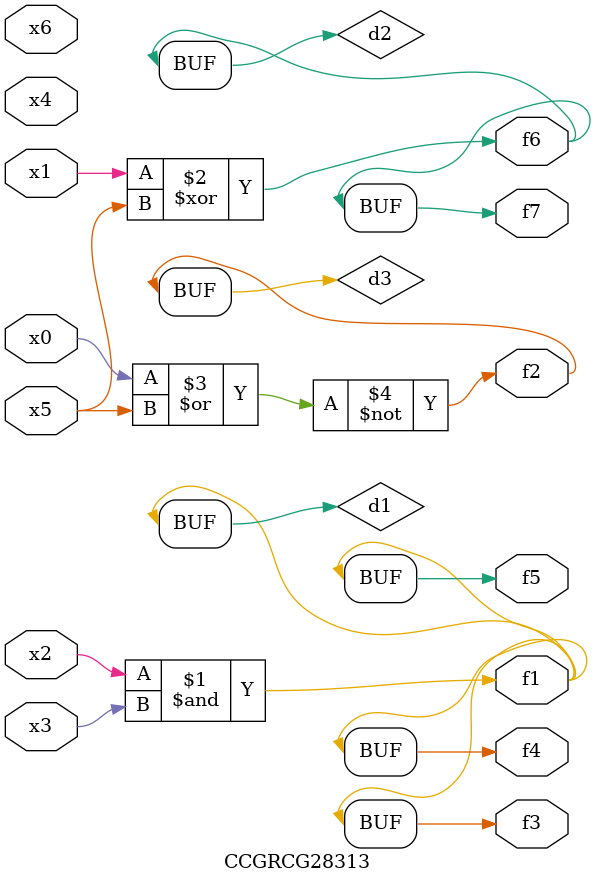
<source format=v>
module CCGRCG28313(
	input x0, x1, x2, x3, x4, x5, x6,
	output f1, f2, f3, f4, f5, f6, f7
);

	wire d1, d2, d3;

	and (d1, x2, x3);
	xor (d2, x1, x5);
	nor (d3, x0, x5);
	assign f1 = d1;
	assign f2 = d3;
	assign f3 = d1;
	assign f4 = d1;
	assign f5 = d1;
	assign f6 = d2;
	assign f7 = d2;
endmodule

</source>
